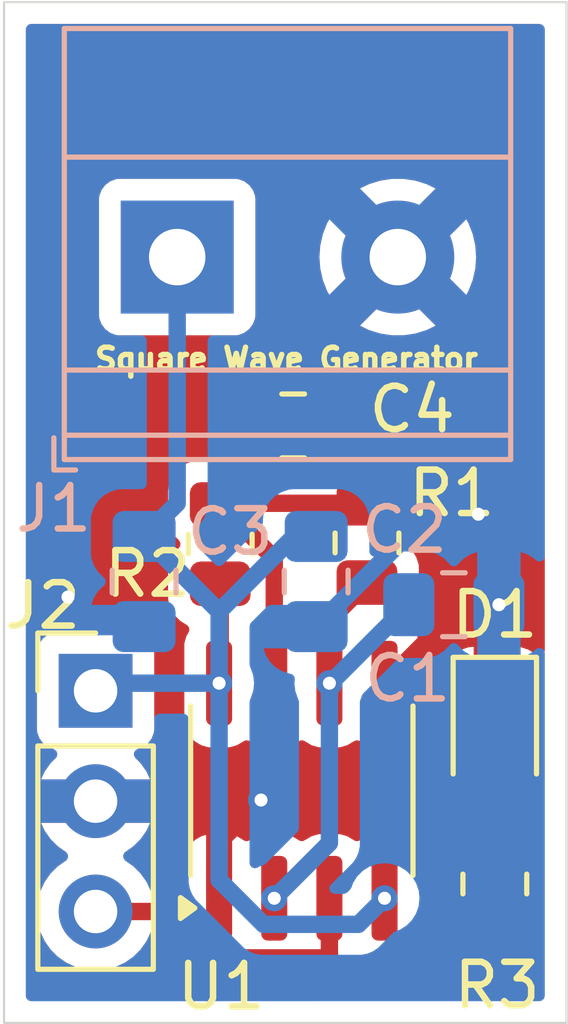
<source format=kicad_pcb>
(kicad_pcb (version 20240108) (generator "pcbnew") (generator_version "8.0")
  (layers (0 "F.Cu" signal) (31 "B.Cu" signal) (34 "B.Paste" user) (35 "F.Paste" user) (36 "B.SilkS" user "B.Silkscreen") (37 "F.SilkS" user "F.Silkscreen") (38 "B.Mask" user) (39 "F.Mask" user) (44 "Edge.Cuts" user))
  (net 0 "")
  (net 1 "Net-(U1-THR)")
  (net 2 "GND")
  (net 3 "/VCC")
  (net 4 "Net-(D1-A)")
  (net 5 "/VOUT")
  (net 6 "Net-(U1-DIS)")
  (net 7 "Net-(U1-CV)")
  (footprint "Capacitor_SMD:C_0805_2012Metric_Pad1.18x1.45mm_HandSolder" (layer "F.Cu") (at 220.4681 53.594)
    (property "Reference" "C1" (at -1.0668 1.7018 180) (layer "B.SilkS"))
    (property "Value" "0.22uF" (hide yes))
    (fp_line (start -0.261252 -0.735) (end 0.261252 -0.735) (stroke (width 0.12)) (layer "B.SilkS"))
    (fp_line (start -0.261252 0.735) (end 0.261252 0.735) (stroke (width 0.12)) (layer "B.SilkS"))
    (pad "1" smd roundrect (at -1.0375 0) (size 1.175 1.45) (layers "B.Cu" "B.Paste" "B.Mask") (roundrect_rratio 0.212766) (net 1 "Net-(U1-THR)"))
    (pad "2" smd roundrect (at 1.0375 0) (size 1.175 1.45) (layers "B.Cu" "B.Paste" "B.Mask") (roundrect_rratio 0.212766) (net 2 "GND"))
  )
  (footprint "Resistor_SMD:R_0805_2012Metric" (layer "F.Cu") (at 221.4118 60.0221 90)
    (property "Reference" "R3" (at -2.3349 0.0508 180) (layer "F.SilkS"))
    (property "Value" "100E" (hide yes))
    (fp_line (start -0.227064 -0.735) (end 0.227064 -0.735) (stroke (width 0.12)) (layer "F.SilkS"))
    (fp_line (start -0.227064 0.735) (end 0.227064 0.735) (stroke (width 0.12)) (layer "F.SilkS"))
    (pad "1" smd roundrect (at -0.9125 0 90) (size 1.025 1.4) (layers "F.Cu" "F.Paste" "F.Mask") (roundrect_rratio 0.243902) (net 5 "/VOUT"))
    (pad "2" smd roundrect (at 0.9125 0 90) (size 1.025 1.4) (layers "F.Cu" "F.Paste" "F.Mask") (roundrect_rratio 0.243902) (net 4 "Net-(D1-A)"))
  )
  (footprint "Connector_PinHeader_2.54mm:PinHeader_1x03_P2.54mm_Vertical" (layer "F.Cu") (at 212.217 55.5752)
    (property "Reference" "J2" (at -1.2192 -1.9558 0) (layer "F.SilkS"))
    (property "Value" "Conn_01x02" (hide yes))
    (fp_line (start -1.33 -1.33) (end 0 -1.33) (stroke (width 0.12)) (layer "F.SilkS"))
    (fp_line (start -1.33 0) (end -1.33 -1.33) (stroke (width 0.12)) (layer "F.SilkS"))
    (fp_line (start -1.33 1.27) (end -1.33 6.41) (stroke (width 0.12)) (layer "F.SilkS"))
    (fp_line (start -1.33 1.27) (end 1.33 1.27) (stroke (width 0.12)) (layer "F.SilkS"))
    (fp_line (start -1.33 6.41) (end 1.33 6.41) (stroke (width 0.12)) (layer "F.SilkS"))
    (fp_line (start 1.33 1.27) (end 1.33 6.41) (stroke (width 0.12)) (layer "F.SilkS"))
    (pad "1" thru_hole rect (at 0 0) (size 1.7 1.7) (drill 1) (layers "*.Cu" "*.Mask") (net 3 "/VCC"))
    (pad "2" thru_hole oval (at 0 2.54) (size 1.7 1.7) (drill 1) (layers "*.Cu" "*.Mask") (net 2 "GND"))
    (pad "3" thru_hole oval (at 0 5.08) (size 1.7 1.7) (drill 1) (layers "*.Cu" "*.Mask") (net 5 "/VOUT"))
  )
  (footprint "Capacitor_SMD:C_0805_2012Metric_Pad1.18x1.45mm_HandSolder" (layer "F.Cu") (at 216.7675 49.4792 180)
    (property "Reference" "C4" (at -2.7393 0.381 0) (layer "F.SilkS"))
    (property "Value" "0.1uF" (hide yes))
    (fp_line (start -0.261252 0.735) (end 0.261252 0.735) (stroke (width 0.12)) (layer "F.SilkS"))
    (fp_line (start -0.261252 -0.735) (end 0.261252 -0.735) (stroke (width 0.12)) (layer "F.SilkS"))
    (pad "1" smd roundrect (at -1.0375 0 180) (size 1.175 1.45) (layers "F.Cu" "F.Paste" "F.Mask") (roundrect_rratio 0.212766) (net 7 "Net-(U1-CV)"))
    (pad "2" smd roundrect (at 1.0375 0 180) (size 1.175 1.45) (layers "F.Cu" "F.Paste" "F.Mask") (roundrect_rratio 0.212766) (net 2 "GND"))
  )
  (footprint "Package_SO:SOIC-8_3.9x4.9mm_P1.27mm" (layer "F.Cu") (at 216.9668 57.8754 90)
    (property "Reference" "U1" (at -4.507 -1.8542 0) (layer "F.SilkS"))
    (property "Value" "NE555D" (hide yes))
    (fp_line (start 0 -2.56) (end 1.95 -2.56) (stroke (width 0.12)) (layer "F.SilkS"))
    (fp_line (start 0 -2.56) (end -1.95 -2.56) (stroke (width 0.12)) (layer "F.SilkS"))
    (fp_line (start 0 2.56) (end 1.95 2.56) (stroke (width 0.12)) (layer "F.SilkS"))
    (fp_line (start 0 2.56) (end -1.95 2.56) (stroke (width 0.12)) (layer "F.SilkS"))
    (fp_poly (pts (xy -2.7 -2.465) (xy -2.94 -2.795) (xy -2.46 -2.795) (xy -2.7 -2.465)) (stroke (width 0.12)) (fill solid) (layer "F.SilkS"))
    (pad "1" smd roundrect (at -2.475 -1.905 90) (size 1.95 0.6) (layers "F.Cu" "F.Paste" "F.Mask") (net 2 "GND"))
    (pad "2" smd roundrect (at -2.475 -0.635 90) (size 1.95 0.6) (layers "F.Cu" "F.Paste" "F.Mask") (net 1 "Net-(U1-THR)"))
    (pad "3" smd roundrect (at -2.475 0.635 90) (size 1.95 0.6) (layers "F.Cu" "F.Paste" "F.Mask") (net 5 "/VOUT"))
    (pad "4" smd roundrect (at -2.475 1.905 90) (size 1.95 0.6) (layers "F.Cu" "F.Paste" "F.Mask") (net 3 "/VCC"))
    (pad "5" smd roundrect (at 2.475 1.905 90) (size 1.95 0.6) (layers "F.Cu" "F.Paste" "F.Mask") (net 7 "Net-(U1-CV)"))
    (pad "6" smd roundrect (at 2.475 0.635 90) (size 1.95 0.6) (layers "F.Cu" "F.Paste" "F.Mask") (net 1 "Net-(U1-THR)"))
    (pad "7" smd roundrect (at 2.475 -0.635 90) (size 1.95 0.6) (layers "F.Cu" "F.Paste" "F.Mask") (net 6 "Net-(U1-DIS)"))
    (pad "8" smd roundrect (at 2.475 -1.905 90) (size 1.95 0.6) (layers "F.Cu" "F.Paste" "F.Mask") (net 3 "/VCC"))
  )
  (footprint "Capacitor_SMD:C_0805_2012Metric_Pad1.18x1.45mm_HandSolder" (layer "F.Cu") (at 213.3346 53.0606 -90)
    (property "Reference" "C3" (at -1.143 -1.9812 0) (layer "B.SilkS"))
    (property "Value" "0.01uF" (hide yes))
    (fp_line (start -0.261252 0.735) (end 0.261252 0.735) (stroke (width 0.12)) (layer "B.SilkS"))
    (fp_line (start -0.261252 -0.735) (end 0.261252 -0.735) (stroke (width 0.12)) (layer "B.SilkS"))
    (pad "1" smd roundrect (at -1.0375 0 270) (size 1.175 1.45) (layers "B.Cu" "B.Paste" "B.Mask") (roundrect_rratio 0.212766) (net 3 "/VCC"))
    (pad "2" smd roundrect (at 1.0375 0 270) (size 1.175 1.45) (layers "B.Cu" "B.Paste" "B.Mask") (roundrect_rratio 0.212766) (net 2 "GND"))
  )
  (footprint "Resistor_SMD:R_0805_2012Metric" (layer "F.Cu") (at 218.4673 52.1716 -90)
    (property "Reference" "R1" (at -1.143 -1.9539 0) (layer "F.SilkS"))
    (property "Value" "100k" (hide yes))
    (fp_line (start -0.227064 0.735) (end 0.227064 0.735) (stroke (width 0.12)) (layer "F.SilkS"))
    (fp_line (start -0.227064 -0.735) (end 0.227064 -0.735) (stroke (width 0.12)) (layer "F.SilkS"))
    (pad "1" smd roundrect (at -0.9125 0 270) (size 1.025 1.4) (layers "F.Cu" "F.Paste" "F.Mask") (roundrect_rratio 0.243902) (net 6 "Net-(U1-DIS)"))
    (pad "2" smd roundrect (at 0.9125 0 270) (size 1.025 1.4) (layers "F.Cu" "F.Paste" "F.Mask") (roundrect_rratio 0.243902) (net 1 "Net-(U1-THR)"))
  )
  (footprint "TerminalBlock_Phoenix:TerminalBlock_Phoenix_MKDS-1,5-2-5.08_1x02_P5.08mm_Horizontal" (layer "F.Cu") (at 214.0966 45.593)
    (property "Reference" "J1" (at -2.8448 5.7912 0) (layer "B.SilkS"))
    (property "Value" "Screw_Terminal_01x02" (hide yes))
    (fp_line (start -2.84 4.16) (end -2.84 4.9) (stroke (width 0.12)) (layer "B.SilkS"))
    (fp_line (start -2.84 4.9) (end -2.34 4.9) (stroke (width 0.12)) (layer "B.SilkS"))
    (fp_line (start -2.6 -5.261) (end -2.6 4.66) (stroke (width 0.12)) (layer "B.SilkS"))
    (fp_line (start -2.6 -5.261) (end 7.68 -5.261) (stroke (width 0.12)) (layer "B.SilkS"))
    (fp_line (start -2.6 -2.301) (end 7.68 -2.301) (stroke (width 0.12)) (layer "B.SilkS"))
    (fp_line (start -2.6 2.6) (end 7.68 2.6) (stroke (width 0.12)) (layer "B.SilkS"))
    (fp_line (start -2.6 4.1) (end 7.68 4.1) (stroke (width 0.12)) (layer "B.SilkS"))
    (fp_line (start -2.6 4.66) (end 7.68 4.66) (stroke (width 0.12)) (layer "B.SilkS"))
    (fp_line (start 7.68 -5.261) (end 7.68 4.66) (stroke (width 0.12)) (layer "B.SilkS"))
    (pad "1" thru_hole rect (at 0 0) (size 2.6 2.6) (drill 1.3) (layers "*.Cu" "*.Mask") (net 3 "/VCC"))
    (pad "2" thru_hole circle (at 5.08 0) (size 2.6 2.6) (drill 1.3) (layers "*.Cu" "*.Mask") (net 2 "GND"))
  )
  (footprint "Capacitor_SMD:C_0805_2012Metric_Pad1.18x1.45mm_HandSolder" (layer "F.Cu") (at 217.297 53.0606 -90)
    (property "Reference" "C2" (at -1.1899 -2.032 0) (layer "B.SilkS"))
    (property "Value" "0.01uF" (hide yes))
    (fp_line (start -0.261252 0.735) (end 0.261252 0.735) (stroke (width 0.12)) (layer "B.SilkS"))
    (fp_line (start -0.261252 -0.735) (end 0.261252 -0.735) (stroke (width 0.12)) (layer "B.SilkS"))
    (pad "1" smd roundrect (at -1.0375 0 270) (size 1.175 1.45) (layers "B.Cu" "B.Paste" "B.Mask") (roundrect_rratio 0.212766) (net 3 "/VCC"))
    (pad "2" smd roundrect (at 1.0375 0 270) (size 1.175 1.45) (layers "B.Cu" "B.Paste" "B.Mask") (roundrect_rratio 0.212766) (net 2 "GND"))
  )
  (footprint "LED_SMD:LED_0805_2012Metric" (layer "F.Cu") (at 221.4118 56.4896 -90)
    (property "Reference" "D1" (at -2.6647 0 180) (layer "F.SilkS"))
    (property "Value" "LED" (hide yes))
    (fp_line (start -1.685 0.96) (end 1 0.96) (stroke (width 0.12)) (layer "F.SilkS"))
    (fp_line (start -1.685 -0.96) (end -1.685 0.96) (stroke (width 0.12)) (layer "F.SilkS"))
    (fp_line (start 1 -0.96) (end -1.685 -0.96) (stroke (width 0.12)) (layer "F.SilkS"))
    (pad "1" smd roundrect (at -0.9375 0 270) (size 0.975 1.4) (layers "F.Cu" "F.Paste" "F.Mask") (net 2 "GND"))
    (pad "2" smd roundrect (at 0.9375 0 270) (size 0.975 1.4) (layers "F.Cu" "F.Paste" "F.Mask") (net 4 "Net-(D1-A)"))
  )
  (footprint "Resistor_SMD:R_0805_2012Metric" (layer "F.Cu") (at 215.0872 52.1989 90)
    (property "Reference" "R2" (at -0.6839 -1.6764 180) (layer "F.SilkS"))
    (property "Value" "45.3k" (hide yes))
    (fp_line (start -0.227064 -0.735) (end 0.227064 -0.735) (stroke (width 0.12)) (layer "F.SilkS"))
    (fp_line (start -0.227064 0.735) (end 0.227064 0.735) (stroke (width 0.12)) (layer "F.SilkS"))
    (pad "1" smd roundrect (at -0.9125 0 90) (size 1.025 1.4) (layers "F.Cu" "F.Paste" "F.Mask") (roundrect_rratio 0.243902) (net 3 "/VCC"))
    (pad "2" smd roundrect (at 0.9125 0 90) (size 1.025 1.4) (layers "F.Cu" "F.Paste" "F.Mask") (roundrect_rratio 0.243902) (net 6 "Net-(U1-DIS)"))
  )
  (gr_poly (pts (xy 210.1088 39.7256) (xy 210.1088 63.2206) (xy 223.0628 63.2206) (xy 223.0628 39.7256)) (stroke (width 0.05)) (fill none) (layer "Edge.Cuts"))
  (gr_text "Square Wave Generator" (at 216.6112 48.2346 0) (layer "F.SilkS") (effects (font (size 0.5 0.5) (thickness 0.125) (bold yes)) (justify bottom)))
  (segment (start 217.6018 55.4004) (end 217.6018 53.9496) (width 0.4) (layer "F.Cu") (net 1))
  (segment (start 217.6018 53.9496) (end 218.4673 53.0841) (width 0.4) (layer "F.Cu") (net 1))
  (via (at 217.6018 55.4004) (size 0.6) (drill 0.3) (layers "F.Cu" "B.Cu") (net 1))
  (via (at 216.3318 60.3504) (size 0.6) (drill 0.3) (layers "F.Cu" "B.Cu") (net 1))
  (segment (start 217.6242 55.4004) (end 217.6018 55.4004) (width 0.2) (layer "B.Cu") (net 1))
  (segment (start 219.4306 53.594) (end 217.6242 55.4004) (width 0.4) (layer "B.Cu") (net 1))
  (segment (start 217.6018 59.0804) (end 216.3318 60.3504) (width 0.4) (layer "B.Cu") (net 1))
  (segment (start 217.6018 55.4004) (end 217.6018 59.0804) (width 0.4) (layer "B.Cu") (net 1))
  (segment (start 215.0618 60.3504) (end 215.0618 59.055) (width 0.4) (layer "F.Cu") (net 2))
  (segment (start 221.4118 53.6878) (end 221.5056 53.594) (width 0.2) (layer "F.Cu") (net 2))
  (segment (start 215.0618 59.055) (end 216.027 58.0898) (width 0.4) (layer "F.Cu") (net 2))
  (via (at 221.5056 53.594) (size 0.6) (drill 0.3) (layers "F.Cu" "B.Cu") (net 2))
  (via (at 216.027 58.0898) (size 0.6) (drill 0.3) (layers "F.Cu" "B.Cu") (net 2))
  (via (at 221.0308 51.5112) (size 0.6) (drill 0.3) (layers "F.Cu" "B.Cu") (net 2))
  (via (at 211.582 53.4162) (size 0.6) (drill 0.3) (layers "F.Cu" "B.Cu") (net 2))
  (segment (start 217.297 54.0981) (end 219.8839 51.5112) (width 0.4) (layer "B.Cu") (net 2))
  (segment (start 219.8839 51.5112) (end 221.0308 51.5112) (width 0.4) (layer "B.Cu") (net 2))
  (segment (start 213.3346 54.0981) (end 212.2639 54.0981) (width 0.4) (layer "B.Cu") (net 2))
  (segment (start 212.2639 54.0981) (end 211.582 53.4162) (width 0.4) (layer "B.Cu") (net 2))
  (segment (start 215.0618 55.4004) (end 215.0618 54.5592) (width 0.2) (layer "F.Cu") (net 3))
  (segment (start 215.0618 54.5592) (end 215.0872 54.5338) (width 0.2) (layer "F.Cu") (net 3))
  (segment (start 215.0872 54.5338) (end 215.0872 53.1114) (width 0.4) (layer "F.Cu") (net 3))
  (segment (start 215.0618 55.4004) (end 215.0618 56.194848) (width 0.2) (layer "F.Cu") (net 3))
  (segment (start 218.8718 60.004848) (end 218.8718 60.3504) (width 0.2) (layer "F.Cu") (net 3))
  (via (at 215.0618 55.4004) (size 0.6) (drill 0.3) (layers "F.Cu" "B.Cu") (net 3))
  (via (at 218.8718 60.3504) (size 0.6) (drill 0.3) (layers "F.Cu" "B.Cu") (net 3))
  (segment (start 213.3346 52.0231) (end 215.0618 53.7503) (width 0.4) (layer "B.Cu") (net 3))
  (segment (start 214.0966 45.593) (end 214.0966 51.2611) (width 0.4) (layer "B.Cu") (net 3))
  (segment (start 215.0618 55.4004) (end 212.3918 55.4004) (width 0.4) (layer "B.Cu") (net 3))
  (segment (start 214.0966 51.2611) (end 213.3346 52.0231) (width 0.4) (layer "B.Cu") (net 3))
  (segment (start 215.0618 59.928929) (end 216.083271 60.9504) (width 0.4) (layer "B.Cu") (net 3))
  (segment (start 216.789 52.0231) (end 217.297 52.0231) (width 0.2) (layer "B.Cu") (net 3))
  (segment (start 212.3918 55.4004) (end 212.217 55.5752) (width 0.2) (layer "B.Cu") (net 3))
  (segment (start 216.083271 60.9504) (end 218.2718 60.9504) (width 0.4) (layer "B.Cu") (net 3))
  (segment (start 215.0618 53.7503) (end 215.0618 55.4004) (width 0.4) (layer "B.Cu") (net 3))
  (segment (start 218.2718 60.9504) (end 218.8718 60.3504) (width 0.4) (layer "B.Cu") (net 3))
  (segment (start 215.0618 53.7503) (end 216.789 52.0231) (width 0.4) (layer "B.Cu") (net 3))
  (segment (start 215.0618 55.4004) (end 215.0618 59.928929) (width 0.4) (layer "B.Cu") (net 3))
  (segment (start 221.4118 59.1096) (end 221.4118 57.4271) (width 0.4) (layer "F.Cu") (net 4))
  (segment (start 219.9132 62.4332) (end 221.4118 60.9346) (width 0.4) (layer "F.Cu") (net 5))
  (segment (start 213.751048 60.6552) (end 212.217 60.6552) (width 0.4) (layer "F.Cu") (net 5))
  (segment (start 217.6018 60.3504) (end 217.6018 61.722) (width 0.4) (layer "F.Cu") (net 5))
  (segment (start 218.313 62.4332) (end 219.9132 62.4332) (width 0.4) (layer "F.Cu") (net 5))
  (segment (start 217.6018 61.722) (end 218.313 62.4332) (width 0.4) (layer "F.Cu") (net 5))
  (segment (start 217.6018 61.722) (end 214.817848 61.722) (width 0.4) (layer "F.Cu") (net 5))
  (segment (start 214.817848 61.722) (end 213.751048 60.6552) (width 0.4) (layer "F.Cu") (net 5))
  (segment (start 215.1145 51.2591) (end 215.0872 51.2864) (width 0.2) (layer "F.Cu") (net 6))
  (segment (start 215.0872 51.2864) (end 216.3318 52.531) (width 0.4) (layer "F.Cu") (net 6))
  (segment (start 216.3318 52.531) (end 216.3318 55.4004) (width 0.4) (layer "F.Cu") (net 6))
  (segment (start 218.4673 51.2591) (end 215.1145 51.2591) (width 0.4) (layer "F.Cu") (net 6))
  (segment (start 218.3925 49.4792) (end 217.805 49.4792) (width 0.4) (layer "F.Cu") (net 7))
  (segment (start 218.8718 55.4004) (end 219.8624 54.4098) (width 0.4) (layer "F.Cu") (net 7))
  (segment (start 219.8624 54.4098) (end 219.8624 50.9491) (width 0.4) (layer "F.Cu") (net 7))
  (segment (start 219.8624 50.9491) (end 218.3925 49.4792) (width 0.4) (layer "F.Cu") (net 7))
  (zone (net 2) (net_name "GND") (layers "F&B.Cu") (name "GND") (connect_pads (clearance 0.5)) (min_thickness 0.25) (fill yes (thermal_gap 0.5) (thermal_bridge_width 1) (smoothing fillet) (radius 1))
    (polygon (pts (xy 210.1088 39.7256) (xy 210.1088 63.2206) (xy 223.0628 63.2206) (xy 223.0628 39.7256)))
  )
)
</source>
